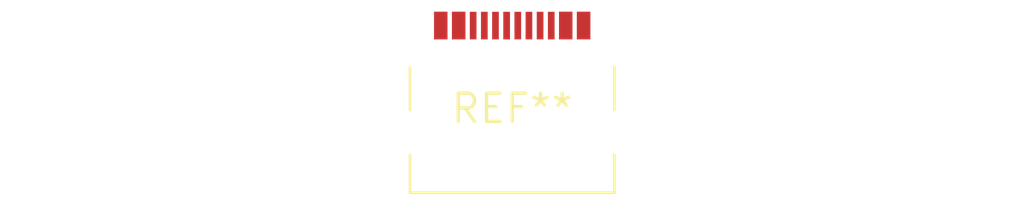
<source format=kicad_pcb>
(kicad_pcb (version 20240108) (generator pcbnew)
  (layers (0 "F.Cu" signal) (31 "B.Cu" signal) (34 "B.Paste" user) (35 "F.Paste" user) (36 "B.SilkS" user "B.Silkscreen") (37 "F.SilkS" user "F.Silkscreen") (38 "B.Mask" user) (39 "F.Mask" user) (44 "Edge.Cuts" user))
  (net 0 "")
  (footprint "USB_C_Receptacle_G-Switch_GT-USB-7010ASV" (layer "F.Cu") (at 0 0)
    (property "Reference" "REF**")
    (property "Value" "USB_C_Receptacle_G-Switch_GT-USB-7010ASV")
    (fp_line (start -4.58 -1.85) (end -4.58 0.07) (layer "F.SilkS") (stroke (width 0.12)))
    (fp_line (start -4.58 3.785) (end -4.58 2.08) (layer "F.SilkS") (stroke (width 0.12)))
    (fp_line (start 4.58 0.07) (end 4.58 -1.85) (layer "F.SilkS") (stroke (width 0.12)))
    (fp_line (start 4.58 2.08) (end 4.58 3.785) (layer "F.SilkS") (stroke (width 0.12)))
    (fp_line (start 4.58 3.785) (end -4.58 3.785) (layer "F.SilkS") (stroke (width 0.12)))
    (pad "" np_thru_hole circle (at -2.89 -2.605) (size 0.65 0.65) (drill 0.65) (layers *.Cu *.Mask))
    (pad "" np_thru_hole circle (at 2.89 -2.605) (size 0.65 0.65) (drill 0.65) (layers *.Cu *.Mask))
    (pad "A1" smd rect (at -3.2 -3.725) (size 0.6 1.24) (layers "F.Cu" "F.Paste" "F.Mask"))
    (pad "A4" smd rect (at -2.4 -3.725) (size 0.6 1.24) (layers "F.Cu" "F.Paste" "F.Mask"))
    (pad "A5" smd rect (at -1.25 -3.725) (size 0.3 1.24) (layers "F.Cu" "F.Paste" "F.Mask"))
    (pad "A6" smd rect (at -0.25 -3.725) (size 0.3 1.24) (layers "F.Cu" "F.Paste" "F.Mask"))
    (pad "A7" smd rect (at 0.25 -3.725) (size 0.3 1.24) (layers "F.Cu" "F.Paste" "F.Mask"))
    (pad "A8" smd rect (at 1.25 -3.725) (size 0.3 1.24) (layers "F.Cu" "F.Paste" "F.Mask"))
    (pad "A9" smd rect (at 2.4 -3.725) (size 0.6 1.24) (layers "F.Cu" "F.Paste" "F.Mask"))
    (pad "A12" smd rect (at 3.2 -3.725) (size 0.6 1.24) (layers "F.Cu" "F.Paste" "F.Mask"))
    (pad "B1" smd rect (at 3.2 -3.725) (size 0.6 1.24) (layers "F.Cu" "F.Paste" "F.Mask"))
    (pad "B4" smd rect (at 2.4 -3.725) (size 0.6 1.24) (layers "F.Cu" "F.Paste" "F.Mask"))
    (pad "B5" smd rect (at 1.75 -3.725) (size 0.3 1.24) (layers "F.Cu" "F.Paste" "F.Mask"))
    (pad "B6" smd rect (at 0.75 -3.725) (size 0.3 1.24) (layers "F.Cu" "F.Paste" "F.Mask"))
    (pad "B7" smd rect (at -0.75 -3.725) (size 0.3 1.24) (layers "F.Cu" "F.Paste" "F.Mask"))
    (pad "B8" smd rect (at -1.75 -3.725) (size 0.3 1.24) (layers "F.Cu" "F.Paste" "F.Mask"))
    (pad "B9" smd rect (at -2.4 -3.725) (size 0.6 1.24) (layers "F.Cu" "F.Paste" "F.Mask"))
    (pad "B12" smd rect (at -3.2 -3.725) (size 0.6 1.24) (layers "F.Cu" "F.Paste" "F.Mask"))
    (pad "S1" thru_hole oval (at -4.32 -3.125) (size 1 2.1) (drill oval 0.6 1.7) (layers *.Cu *.Mask) (remove_unused_layers))
    (pad "S1" thru_hole oval (at -4.32 1.075) (size 1 1.8) (drill oval 0.6 1.4) (layers *.Cu *.Mask) (remove_unused_layers))
    (pad "S1" thru_hole oval (at 4.32 -3.125) (size 1 2.1) (drill oval 0.6 1.7) (layers *.Cu *.Mask) (remove_unused_layers))
    (pad "S1" thru_hole oval (at 4.32 1.075) (size 1 1.8) (drill oval 0.6 1.4) (layers *.Cu *.Mask) (remove_unused_layers))
  )
)
</source>
